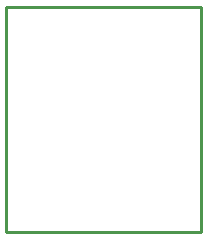
<source format=gm1>
%FSLAX24Y24*%
%MOIN*%
G70*
G01*
G75*
%ADD10C,0.0700*%
%ADD11R,0.0600X0.0640*%
%ADD12C,0.1000*%
%ADD13R,0.0512X0.0551*%
%ADD14O,0.1200X0.0250*%
%ADD15R,0.1200X0.0250*%
%ADD16C,0.0200*%
%ADD17C,0.0100*%
%ADD18C,0.0079*%
%ADD19C,0.0780*%
%ADD20R,0.0680X0.0720*%
%ADD21C,0.1080*%
%ADD22R,0.0592X0.0631*%
%ADD23O,0.1280X0.0330*%
%ADD24R,0.1280X0.0330*%
D17*
X101200Y77200D02*
X107700D01*
X101200Y84700D02*
X107700D01*
Y77200D02*
Y84700D01*
X101200Y77200D02*
Y84700D01*
M02*

</source>
